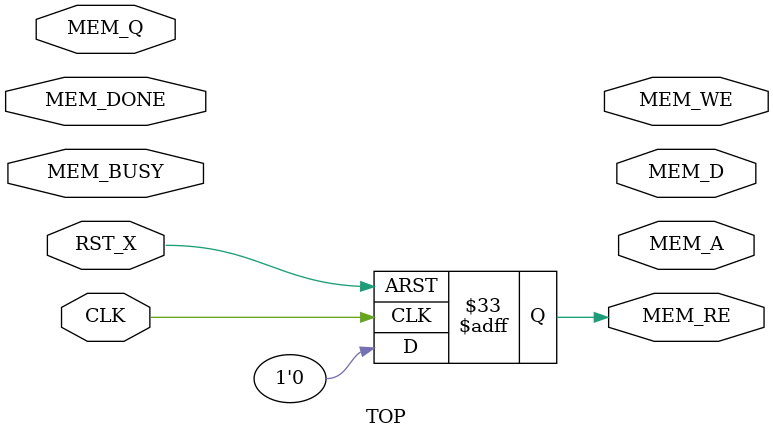
<source format=v>
`default_nettype none
  
module TOP(CLK, RST_X, MEM_A, MEM_RE, MEM_WE, MEM_D, MEM_Q, MEM_BUSY, MEM_DONE);
  input CLK;
  input RST_X;

  parameter WA = 32;
  parameter WD = 32;
  
  output reg [WA-1:0] MEM_A;
  output reg MEM_RE;
  output reg MEM_WE;
  output reg [WD-1:0] MEM_D;
  input [WD-1:0] MEM_Q;
  input MEM_DONE;
  input MEM_BUSY;

  reg [3:0] state;
  reg [3:0] cnt;

  wire [3:0] wire_cnt0;
  assign wire_cnt0 = cnt + 1;
  wire [3:0] wire_cnt1;
  assign wire_cnt1 = wire_cnt0 + 1;

  always @(posedge CLK or negedge RST_X) begin
    if(!RST_X) begin
      MEM_RE <= 0;
    end else begin
      MEM_RE <= 0;
    end
  end
  
  always @(posedge CLK or negedge RST_X) begin
    if(!RST_X) begin
      state <= 0;
      cnt <= 0;
    end else begin
      if(state == 0) begin
        cnt <= cnt + 1;
        if(cnt == 8) begin
          state <= 1;
          cnt <= 0;
        end
      end else if(state == 1) begin
        cnt <= cnt + 1;
        if(cnt == 8) begin
          state <= 0;
          cnt <= 0;
        end
      end
    end
  end
endmodule

</source>
